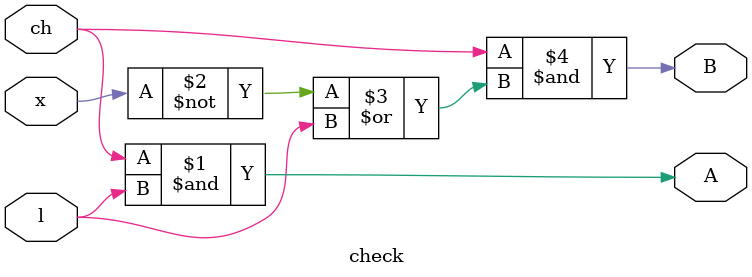
<source format=v>

module check (ch , l , x , A , B);
input ch , l , x ; 
output  A , B ; 
assign A = ch& l ;  
assign B =  ch&(~x | l);  

endmodule 
</source>
